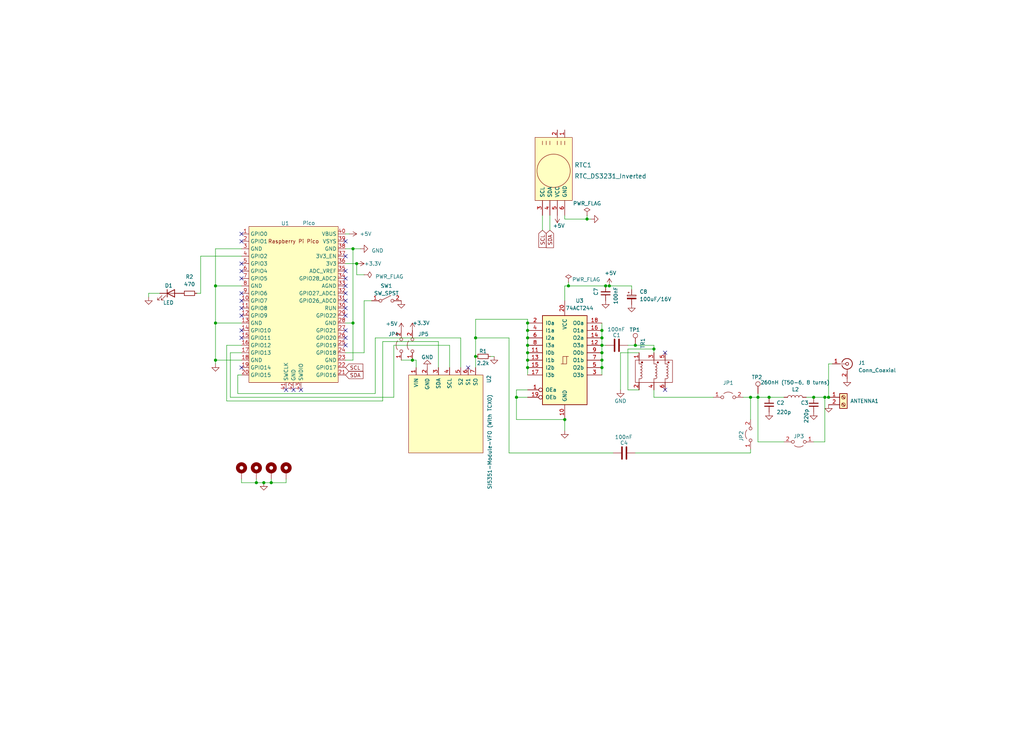
<source format=kicad_sch>
(kicad_sch (version 20230121) (generator eeschema)
  (paper "User" 350.012 250.012)
  (title_block (title "Minimal, reliable, cheap WSPR + FT8 beacon - \"Rogue Radio v2\"") (date "2022-12-05") (rev "V0.2") (company "Dhiru Kholia (VU3CER)"))
  (lib_symbols
    (symbol "74xx:74LS244" (pin_names (offset 1.016))
      (property "Reference" "U" (at -7.62 16.51 0))
      (property "Value" "74LS244" (at -7.62 -16.51 0))
      (symbol "74LS244_1_0"
        (polyline (pts (xy -0.635 -1.27) (xy -0.635 1.27) (xy 0.635 1.27)))
        (polyline (pts (xy -1.27 -1.27) (xy 0.635 -1.27) (xy 0.635 1.27) (xy 1.27 1.27)))
        (pin input inverted (at -12.7 -10.16 0) (length 5.08) (name "OEa") (number "1"))
        (pin power_in line (at 0 -20.32 90) (length 5.08) (name "GND") (number "10"))
        (pin input line (at -12.7 2.54 0) (length 5.08) (name "I0b") (number "11"))
        (pin tri_state line (at 12.7 5.08 180) (length 5.08) (name "O3a") (number "12"))
        (pin input line (at -12.7 0 0) (length 5.08) (name "I1b") (number "13"))
        (pin tri_state line (at 12.7 7.62 180) (length 5.08) (name "O2a") (number "14"))
        (pin input line (at -12.7 -2.54 0) (length 5.08) (name "I2b") (number "15"))
        (pin tri_state line (at 12.7 10.16 180) (length 5.08) (name "O1a") (number "16"))
        (pin input line (at -12.7 -5.08 0) (length 5.08) (name "I3b") (number "17"))
        (pin tri_state line (at 12.7 12.7 180) (length 5.08) (name "O0a") (number "18"))
        (pin input inverted (at -12.7 -12.7 0) (length 5.08) (name "OEb") (number "19"))
        (pin input line (at -12.7 12.7 0) (length 5.08) (name "I0a") (number "2"))
        (pin power_in line (at 0 20.32 270) (length 5.08) (name "VCC") (number "20"))
        (pin tri_state line (at 12.7 -5.08 180) (length 5.08) (name "O3b") (number "3"))
        (pin input line (at -12.7 10.16 0) (length 5.08) (name "I1a") (number "4"))
        (pin tri_state line (at 12.7 -2.54 180) (length 5.08) (name "O2b") (number "5"))
        (pin input line (at -12.7 7.62 0) (length 5.08) (name "I2a") (number "6"))
        (pin tri_state line (at 12.7 0 180) (length 5.08) (name "O1b") (number "7"))
        (pin input line (at -12.7 5.08 0) (length 5.08) (name "I3a") (number "8"))
        (pin tri_state line (at 12.7 2.54 180) (length 5.08) (name "O0b") (number "9"))
      )
      (symbol "74LS244_1_1"
        (rectangle (start -7.62 15.24) (end 7.62 -15.24) (stroke (width 0.254)) (fill (type background)))
      )
    )
    (symbol "Connector:Conn_Coaxial" (pin_names (offset 1.016) hide)
      (property "Reference" "J" (at 0.254 3.048 0))
      (property "Value" "Conn_Coaxial" (at 2.921 0 90))
      (symbol "Conn_Coaxial_0_1"
        (arc (start -1.778 -0.508) (mid 0.2311 -1.8066) (end 1.778 0) (stroke (width 0.254)))
        (polyline (pts (xy -2.54 0) (xy -0.508 0)))
        (polyline (pts (xy 0 -2.54) (xy 0 -1.778)))
        (circle (center 0 0) (radius 0.508) (stroke (width 0.2032)))
        (arc (start 1.778 0) (mid 0.2099 1.8101) (end -1.778 0.508) (stroke (width 0.254)))
      )
      (symbol "Conn_Coaxial_1_1"
        (pin passive line (at -5.08 0 0) (length 2.54) (name "In") (number "1"))
        (pin passive line (at 0 -5.08 90) (length 2.54) (name "Ext") (number "2"))
      )
    )
    (symbol "Connector:Screw_Terminal_01x02" (pin_names (offset 1.016) hide)
      (property "Reference" "J" (at 0 2.54 0))
      (property "Value" "Screw_Terminal_01x02" (at 0 -5.08 0))
      (symbol "Screw_Terminal_01x02_1_1"
        (rectangle (start -1.27 1.27) (end 1.27 -3.81) (stroke (width 0.254)) (fill (type background)))
        (circle (center 0 -2.54) (radius 0.635) (stroke (width 0.1524)))
        (polyline (pts (xy -0.5334 -2.2098) (xy 0.3302 -3.048)) (stroke (width 0.1524)))
        (polyline (pts (xy -0.5334 0.3302) (xy 0.3302 -0.508)) (stroke (width 0.1524)))
        (polyline (pts (xy -0.3556 -2.032) (xy 0.508 -2.8702)) (stroke (width 0.1524)))
        (polyline (pts (xy -0.3556 0.508) (xy 0.508 -0.3302)) (stroke (width 0.1524)))
        (circle (center 0 0) (radius 0.635) (stroke (width 0.1524)))
        (pin passive line (at -5.08 0 0) (length 3.81) (name "Pin_1") (number "1"))
        (pin passive line (at -5.08 -2.54 0) (length 3.81) (name "Pin_2") (number "2"))
      )
    )
    (symbol "Connector:TestPoint" (pin_numbers hide) (pin_names (offset 0.762) hide)
      (property "Reference" "TP" (at 0 6.858 0))
      (property "Value" "TestPoint" (at 0 5.08 0))
      (symbol "TestPoint_0_1"
        (circle (center 0 3.302) (radius 0.762))
      )
      (symbol "TestPoint_1_1"
        (pin passive line (at 0 0 90) (length 2.54) (name "1") (number "1"))
      )
    )
    (symbol "Control-Board-rescue:SI5351Module_2-VFO-SDR_SSB-rescue-Hack-v1-rescue" (pin_names (offset 1.016))
      (property "Reference" "U" (at 0 0 0))
      (property "Value" "SI5351Module_2-VFO-SDR_SSB-rescue-Hack-v1-rescue" (at 0 0 0))
      (symbol "SI5351Module_2-VFO-SDR_SSB-rescue-Hack-v1-rescue_0_1"
        (rectangle (start -12.7 12.7) (end 13.97 -12.7) (fill (type background)))
      )
      (symbol "SI5351Module_2-VFO-SDR_SSB-rescue-Hack-v1-rescue_1_1"
        (pin input line (at -15.24 -10.16 0) (length 2.54) (name "VIN") (number "1"))
        (pin input line (at -15.24 -6.35 0) (length 2.54) (name "GND") (number "2"))
        (pin input line (at -15.24 -2.54 0) (length 2.54) (name "SDA") (number "3"))
        (pin input line (at -15.24 1.27 0) (length 2.54) (name "SCL") (number "4"))
        (pin output line (at -15.24 5.08 0) (length 2.54) (name "S2") (number "5"))
        (pin output line (at -15.24 7.62 0) (length 2.54) (name "S1") (number "6"))
        (pin output line (at -15.24 10.16 0) (length 2.54) (name "SO") (number "7"))
      )
    )
    (symbol "Device:C" (pin_numbers hide) (pin_names (offset 0.254))
      (property "Reference" "C" (at 0.635 2.54 0))
      (property "Value" "C" (at 0.635 -2.54 0))
      (symbol "C_0_1"
        (polyline (pts (xy -2.032 -0.762) (xy 2.032 -0.762)) (stroke (width 0.508)))
        (polyline (pts (xy -2.032 0.762) (xy 2.032 0.762)) (stroke (width 0.508)))
      )
      (symbol "C_1_1"
        (pin passive line (at 0 3.81 270) (length 2.794) (name "~") (number "1"))
        (pin passive line (at 0 -3.81 90) (length 2.794) (name "~") (number "2"))
      )
    )
    (symbol "Device:C_Polarized_Small" (pin_numbers hide) (pin_names (offset 0.254) hide)
      (property "Reference" "C" (at 0.254 1.778 0))
      (property "Value" "C_Polarized_Small" (at 0.254 -2.032 0))
      (symbol "C_Polarized_Small_0_1"
        (rectangle (start -1.524 -0.3048) (end 1.524 -0.6858) (fill (type outline)))
        (rectangle (start -1.524 0.6858) (end 1.524 0.3048))
        (polyline (pts (xy -1.27 1.524) (xy -0.762 1.524)))
        (polyline (pts (xy -1.016 1.27) (xy -1.016 1.778)))
      )
      (symbol "C_Polarized_Small_1_1"
        (pin passive line (at 0 2.54 270) (length 1.8542) (name "~") (number "1"))
        (pin passive line (at 0 -2.54 90) (length 1.8542) (name "~") (number "2"))
      )
    )
    (symbol "Device:C_Small" (pin_numbers hide) (pin_names (offset 0.254) hide)
      (property "Reference" "C" (at 0.254 1.778 0))
      (property "Value" "C_Small" (at 0.254 -2.032 0))
      (symbol "C_Small_0_1"
        (polyline (pts (xy -1.524 -0.508) (xy 1.524 -0.508)) (stroke (width 0.3302)))
        (polyline (pts (xy -1.524 0.508) (xy 1.524 0.508)) (stroke (width 0.3048)))
      )
      (symbol "C_Small_1_1"
        (pin passive line (at 0 2.54 270) (length 2.032) (name "~") (number "1"))
        (pin passive line (at 0 -2.54 90) (length 2.032) (name "~") (number "2"))
      )
    )
    (symbol "Device:L" (pin_numbers hide) (pin_names (offset 1.016) hide)
      (property "Reference" "L" (at -1.27 0 90))
      (property "Value" "L" (at 1.905 0 90))
      (symbol "L_0_1"
        (arc (start 0 -2.54) (mid 0.6323 -1.905) (end 0 -1.27))
        (arc (start 0 -1.27) (mid 0.6323 -0.635) (end 0 0))
        (arc (start 0 0) (mid 0.6323 0.635) (end 0 1.27))
        (arc (start 0 1.27) (mid 0.6323 1.905) (end 0 2.54))
      )
      (symbol "L_1_1"
        (pin passive line (at 0 3.81 270) (length 1.27) (name "1") (number "1"))
        (pin passive line (at 0 -3.81 90) (length 1.27) (name "2") (number "2"))
      )
    )
    (symbol "Device:LED" (pin_numbers hide) (pin_names (offset 1.016) hide)
      (property "Reference" "D" (at 0 2.54 0))
      (property "Value" "LED" (at 0 -2.54 0))
      (symbol "LED_0_1"
        (polyline (pts (xy -1.27 -1.27) (xy -1.27 1.27)) (stroke (width 0.254)))
        (polyline (pts (xy -1.27 0) (xy 1.27 0)))
        (polyline (pts (xy 1.27 -1.27) (xy 1.27 1.27) (xy -1.27 0) (xy 1.27 -1.27)) (stroke (width 0.254)))
        (polyline (pts (xy -3.048 -0.762) (xy -4.572 -2.286) (xy -3.81 -2.286) (xy -4.572 -2.286) (xy -4.572 -1.524)))
        (polyline (pts (xy -1.778 -0.762) (xy -3.302 -2.286) (xy -2.54 -2.286) (xy -3.302 -2.286) (xy -3.302 -1.524)))
      )
      (symbol "LED_1_1"
        (pin passive line (at -3.81 0 0) (length 2.54) (name "K") (number "1"))
        (pin passive line (at 3.81 0 180) (length 2.54) (name "A") (number "2"))
      )
    )
    (symbol "Device:R_Small" (pin_numbers hide) (pin_names (offset 0.254) hide)
      (property "Reference" "R" (at 0.762 0.508 0))
      (property "Value" "R_Small" (at 0.762 -1.016 0))
      (symbol "R_Small_0_1"
        (rectangle (start -0.762 1.778) (end 0.762 -1.778) (stroke (width 0.2032)))
      )
      (symbol "R_Small_1_1"
        (pin passive line (at 0 2.54 270) (length 0.762) (name "~") (number "1"))
        (pin passive line (at 0 -2.54 90) (length 0.762) (name "~") (number "2"))
      )
    )
    (symbol "Jumper:Jumper_2_Open" (pin_names (offset 0) hide)
      (property "Reference" "JP" (at 0 2.794 0))
      (property "Value" "Jumper_2_Open" (at 0 -2.286 0))
      (symbol "Jumper_2_Open_0_0"
        (circle (center -2.032 0) (radius 0.508))
        (circle (center 2.032 0) (radius 0.508))
      )
      (symbol "Jumper_2_Open_0_1"
        (arc (start 1.524 1.27) (mid 0 1.778) (end -1.524 1.27))
      )
      (symbol "Jumper_2_Open_1_1"
        (pin passive line (at -5.08 0 0) (length 2.54) (name "A") (number "1"))
        (pin passive line (at 5.08 0 180) (length 2.54) (name "B") (number "2"))
      )
    )
    (symbol "Mechanical:MountingHole_Pad" (pin_numbers hide) (pin_names (offset 1.016) hide)
      (property "Reference" "H" (at 0 6.35 0))
      (property "Value" "MountingHole_Pad" (at 0 4.445 0))
      (symbol "MountingHole_Pad_0_1"
        (circle (center 0 1.27) (radius 1.27) (stroke (width 1.27)))
      )
      (symbol "MountingHole_Pad_1_1"
        (pin input line (at 0 -2.54 90) (length 2.54) (name "1") (number "1"))
      )
    )
    (symbol "Switch:SW_SPST" (pin_names (offset 0) hide)
      (property "Reference" "SW" (at 0 3.175 0))
      (property "Value" "SW_SPST" (at 0 -2.54 0))
      (symbol "SW_SPST_0_0"
        (circle (center -2.032 0) (radius 0.508))
        (polyline (pts (xy -1.524 0.254) (xy 1.524 1.778)))
        (circle (center 2.032 0) (radius 0.508))
      )
      (symbol "SW_SPST_1_1"
        (pin passive line (at -5.08 0 0) (length 2.54) (name "A") (number "1"))
        (pin passive line (at 5.08 0 180) (length 2.54) (name "B") (number "2"))
      )
    )
    (symbol "pico_fixed:Pico"
      (property "Reference" "U1" (at 0 31.242 0))
      (property "Value" "Pico" (at 0 28.702 0))
      (symbol "Pico_0_0"
        (text "Raspberry Pi Pico" (at 0 21.59 0) (effects (font (size 1.27 1.27))))
      )
      (symbol "Pico_0_1"
        (rectangle (start -15.24 26.67) (end 15.24 -26.67) (fill (type background)))
      )
      (symbol "Pico_1_1"
        (pin bidirectional line (at -17.78 24.13 0) (length 2.54) (name "GPIO0") (number "1"))
        (pin bidirectional line (at -17.78 1.27 0) (length 2.54) (name "GPIO7") (number "10"))
        (pin bidirectional line (at -17.78 -1.27 0) (length 2.54) (name "GPIO8") (number "11"))
        (pin bidirectional line (at -17.78 -3.81 0) (length 2.54) (name "GPIO9") (number "12"))
        (pin power_in line (at -17.78 -6.35 0) (length 2.54) (name "GND") (number "13"))
        (pin bidirectional line (at -17.78 -8.89 0) (length 2.54) (name "GPIO10") (number "14"))
        (pin bidirectional line (at -17.78 -11.43 0) (length 2.54) (name "GPIO11") (number "15"))
        (pin bidirectional line (at -17.78 -13.97 0) (length 2.54) (name "GPIO12") (number "16"))
        (pin bidirectional line (at -17.78 -16.51 0) (length 2.54) (name "GPIO13") (number "17"))
        (pin power_in line (at -17.78 -19.05 0) (length 2.54) (name "GND") (number "18"))
        (pin bidirectional line (at -17.78 -21.59 0) (length 2.54) (name "GPIO14") (number "19"))
        (pin bidirectional line (at -17.78 21.59 0) (length 2.54) (name "GPIO1") (number "2"))
        (pin bidirectional line (at -17.78 -24.13 0) (length 2.54) (name "GPIO15") (number "20"))
        (pin bidirectional line (at 17.78 -24.13 180) (length 2.54) (name "GPIO16") (number "21"))
        (pin bidirectional line (at 17.78 -21.59 180) (length 2.54) (name "GPIO17") (number "22"))
        (pin power_in line (at 17.78 -19.05 180) (length 2.54) (name "GND") (number "23"))
        (pin bidirectional line (at 17.78 -16.51 180) (length 2.54) (name "GPIO18") (number "24"))
        (pin bidirectional line (at 17.78 -13.97 180) (length 2.54) (name "GPIO19") (number "25"))
        (pin bidirectional line (at 17.78 -11.43 180) (length 2.54) (name "GPIO20") (number "26"))
        (pin bidirectional line (at 17.78 -8.89 180) (length 2.54) (name "GPIO21") (number "27"))
        (pin power_in line (at 17.78 -6.35 180) (length 2.54) (name "GND") (number "28"))
        (pin bidirectional line (at 17.78 -3.81 180) (length 2.54) (name "GPIO22") (number "29"))
        (pin power_in line (at -17.78 19.05 0) (length 2.54) (name "GND") (number "3"))
        (pin input line (at 17.78 -1.27 180) (length 2.54) (name "RUN") (number "30"))
        (pin bidirectional line (at 17.78 1.27 180) (length 2.54) (name "GPIO26_ADC0") (number "31"))
        (pin bidirectional line (at 17.78 3.81 180) (length 2.54) (name "GPIO27_ADC1") (number "32"))
        (pin power_in line (at 17.78 6.35 180) (length 2.54) (name "AGND") (number "33"))
        (pin bidirectional line (at 17.78 8.89 180) (length 2.54) (name "GPIO28_ADC2") (number "34"))
        (pin power_in line (at 17.78 11.43 180) (length 2.54) (name "ADC_VREF") (number "35"))
        (pin power_in line (at 17.78 13.97 180) (length 2.54) (name "3V3") (number "36"))
        (pin input line (at 17.78 16.51 180) (length 2.54) (name "3V3_EN") (number "37"))
        (pin power_in line (at 17.78 19.05 180) (length 2.54) (name "GND") (number "38"))
        (pin power_in line (at 17.78 21.59 180) (length 2.54) (name "VSYS") (number "39"))
        (pin bidirectional line (at -17.78 16.51 0) (length 2.54) (name "GPIO2") (number "4"))
        (pin power_in line (at 17.78 24.13 180) (length 2.54) (name "VBUS") (number "40"))
        (pin input line (at -2.54 -29.21 90) (length 2.54) (name "SWCLK") (number "41"))
        (pin power_in line (at 0 -29.21 90) (length 2.54) (name "GND") (number "42"))
        (pin bidirectional line (at 2.54 -29.21 90) (length 2.54) (name "SWDIO") (number "43"))
        (pin bidirectional line (at -17.78 13.97 0) (length 2.54) (name "GPIO3") (number "5"))
        (pin bidirectional line (at -17.78 11.43 0) (length 2.54) (name "GPIO4") (number "6"))
        (pin bidirectional line (at -17.78 8.89 0) (length 2.54) (name "GPIO5") (number "7"))
        (pin power_in line (at -17.78 6.35 0) (length 2.54) (name "GND") (number "8"))
        (pin bidirectional line (at -17.78 3.81 0) (length 2.54) (name "GPIO6") (number "9"))
      )
    )
    (symbol "power:+3.3V" (power) (pin_names (offset 0))
      (property "Value" "+3.3V" (at 0 3.556 0))
      (symbol "+3.3V_0_1"
        (polyline (pts (xy -0.762 1.27) (xy 0 2.54)))
        (polyline (pts (xy 0 0) (xy 0 2.54)))
        (polyline (pts (xy 0 2.54) (xy 0.762 1.27)))
      )
      (symbol "+3.3V_1_1"
        (pin power_in line (at 0 0 90) (length 0) hide (name "+3.3V") (number "1"))
      )
    )
    (symbol "power:+5V" (power) (pin_names (offset 0))
      (property "Value" "+5V" (at 0 3.556 0))
      (symbol "+5V_0_1"
        (polyline (pts (xy -0.762 1.27) (xy 0 2.54)))
        (polyline (pts (xy 0 0) (xy 0 2.54)))
        (polyline (pts (xy 0 2.54) (xy 0.762 1.27)))
      )
      (symbol "+5V_1_1"
        (pin power_in line (at 0 0 90) (length 0) hide (name "+5V") (number "1"))
      )
    )
    (symbol "power:GND" (power) (pin_names (offset 0))
      (property "Value" "GND" (at 0 -3.81 0))
      (symbol "GND_0_1"
        (polyline (pts (xy 0 0) (xy 0 -1.27) (xy 1.27 -1.27) (xy 0 -2.54) (xy -1.27 -1.27) (xy 0 -1.27)))
      )
      (symbol "GND_1_1"
        (pin power_in line (at 0 0 270) (length 0) hide (name "GND") (number "1"))
      )
    )
    (symbol "power:PWR_FLAG" (power) (pin_numbers hide) (pin_names (offset 0) hide)
      (property "Value" "PWR_FLAG" (at 0 3.81 0))
      (symbol "PWR_FLAG_0_0"
        (pin power_out line (at 0 0 90) (length 0) (name "pwr") (number "1"))
      )
      (symbol "PWR_FLAG_0_1"
        (polyline (pts (xy 0 0) (xy 0 1.27) (xy -1.016 1.905) (xy 0 2.54) (xy 1.016 1.905) (xy 0 1.27)))
      )
    )
    (symbol "rtc_ds3231_inverted:RTC_DS3231_Inverted" (pin_names (offset 1.016))
      (property "Reference" "RTC1" (at -6.6548 -2.0828 0))
      (property "Value" "RTC_DS3231" (at 9.1694 -5.6134 0))
      (symbol "RTC_DS3231_Inverted_0_1"
        (rectangle (start -11.43 7.62) (end 10.16 -5.08) (fill (type background)))
        (polyline (pts (xy -10.16 -2.54) (xy -8.89 -2.54)))
        (polyline (pts (xy -10.16 -1.27) (xy -8.89 -1.27)))
        (polyline (pts (xy -10.16 0) (xy -8.89 0)))
        (polyline (pts (xy -10.16 2.54) (xy -8.89 2.54)))
        (polyline (pts (xy -10.16 3.81) (xy -8.89 3.81)))
        (polyline (pts (xy -10.16 5.08) (xy -8.89 5.08)))
        (circle (center 0 1.27) (radius 5.6896))
      )
      (symbol "RTC_DS3231_Inverted_1_1"
        (pin free line (at -13.97 5.08 0) (length 2.54) (name "") (number "1"))
        (pin free line (at -13.97 2.54 0) (length 2.54) (name "") (number "2"))
        (pin input line (at 15.24 -2.54 180) (length 5.08) (name "SCL") (number "3"))
        (pin bidirectional line (at 15.24 0 180) (length 5.08) (name "SDA") (number "4"))
        (pin power_in line (at 15.24 2.54 180) (length 5.08) (name "VCC") (number "5"))
        (pin power_in line (at 15.24 5.08 180) (length 5.08) (name "GND") (number "6"))
      )
    )
    (symbol "t2-613-1+:T2-613-1+" (pin_names (offset 0.254) hide)
      (property "Reference" "TR1" (at -11.43 1.27 0))
      (symbol "T2-613-1+_0_1"
        (rectangle (start -3.81 3.81) (end 3.81 -8.89))
        (circle (center -3.048 -7.5184) (radius 0.254) (fill (type outline)))
        (circle (center -3.048 -3.8608) (radius 0.254) (fill (type outline)))
        (circle (center -3.048 1.524) (radius 0.254) (fill (type outline)))
        (arc (start -2.54 -6.858) (mid -2.032 -7.3638) (end -1.524 -6.858))
        (arc (start -2.54 -3.048) (mid -2.032 -3.5538) (end -1.524 -3.048))
        (arc (start -2.54 2.032) (mid -2.032 1.5262) (end -1.524 2.032))
        (arc (start -1.524 -6.858) (mid -1.016 -7.3638) (end -0.508 -6.858))
        (arc (start -1.524 -3.048) (mid -1.016 -3.5538) (end -0.508 -3.048))
        (arc (start -1.524 2.032) (mid -1.016 1.5262) (end -0.508 2.032))
        (arc (start -0.508 -6.858) (mid 0 -7.3638) (end 0.508 -6.858))
        (arc (start -0.508 -3.048) (mid 0 -3.5538) (end 0.508 -3.048))
        (arc (start -0.508 2.032) (mid 0 1.5262) (end 0.508 2.032))
        (polyline (pts (xy -2.54 -6.858) (xy -2.54 -6.35)))
        (polyline (pts (xy -2.54 -6.35) (xy -3.81 -6.35)))
        (polyline (pts (xy -2.54 -3.048) (xy -2.54 -2.54)))
        (polyline (pts (xy -2.54 -2.54) (xy -3.81 -2.54)))
        (polyline (pts (xy -2.54 2.032) (xy -2.54 2.54)))
        (polyline (pts (xy -2.54 2.54) (xy -3.81 2.54)))
        (polyline (pts (xy 2.54 -6.858) (xy 2.54 -6.35)))
        (polyline (pts (xy 2.54 -6.35) (xy 3.81 -6.35)))
        (polyline (pts (xy 2.54 -3.048) (xy 2.54 -2.54)))
        (polyline (pts (xy 2.54 2.54) (xy 2.54 2.032)))
        (polyline (pts (xy 2.54 2.54) (xy 5.08 2.54)))
        (polyline (pts (xy 3.81 -2.54) (xy 2.54 -2.54)))
        (polyline (pts (xy 6.35 2.54) (xy 5.08 2.54)))
        (arc (start 0.508 -6.858) (mid 1.016 -7.3638) (end 1.524 -6.858))
        (arc (start 0.508 -3.048) (mid 1.016 -3.5538) (end 1.524 -3.048))
        (arc (start 0.508 2.032) (mid 1.016 1.5262) (end 1.524 2.032))
        (arc (start 1.524 -6.858) (mid 2.032 -7.3638) (end 2.54 -6.858))
        (arc (start 1.524 -3.048) (mid 2.032 -3.5538) (end 2.54 -3.048))
        (arc (start 1.524 2.032) (mid 2.032 1.5262) (end 2.54 2.032))
      )
      (symbol "T2-613-1+_1_1"
        (pin passive line (at -6.35 2.54 0) (length 2.54) (name "1") (number "1"))
        (pin passive line (at 6.35 2.54 180) (length 2.54) (name "2") (number "2"))
        (pin passive line (at -6.35 -2.54 0) (length 2.54) (name "3") (number "3"))
        (pin passive line (at 6.35 -2.54 180) (length 2.54) (name "4") (number "4"))
        (pin passive line (at -6.35 -6.35 0) (length 2.54) (name "5") (number "5"))
        (pin passive line (at 6.35 -6.35 180) (length 2.54) (name "6") (number "6"))
      )
    )
  )
  (junction (at 207.01 97.79))
  (junction (at 73.66 123.19))
  (junction (at 205.74 113.03))
  (junction (at 194.31 97.79))
  (junction (at 205.74 120.65))
  (junction (at 162.56 115.57))
  (junction (at 180.34 125.73))
  (junction (at 87.63 165.1))
  (junction (at 121.92 90.17))
  (junction (at 90.17 165.1))
  (junction (at 217.17 118.11))
  (junction (at 200.66 74.93))
  (junction (at 180.34 115.57))
  (junction (at 120.65 110.49))
  (junction (at 208.28 97.79))
  (junction (at 205.74 115.57))
  (junction (at 281.94 135.89))
  (junction (at 193.04 143.51))
  (junction (at 205.74 123.19))
  (junction (at 205.74 125.73))
  (junction (at 180.34 123.19))
  (junction (at 140.97 123.19))
  (junction (at 73.66 110.49))
  (junction (at 278.13 135.89))
  (junction (at 180.34 110.49))
  (junction (at 180.34 118.11))
  (junction (at 259.08 135.89))
  (junction (at 256.54 135.89))
  (junction (at 180.34 113.03))
  (junction (at 223.52 119.38))
  (junction (at 283.21 135.89))
  (junction (at 73.66 97.79))
  (junction (at 180.34 120.65))
  (junction (at 92.71 165.1))
  (junction (at 120.65 85.09))
  (junction (at 176.53 135.89))
  (junction (at 262.89 135.89))
  (junction (at 205.74 118.11))
  (junction (at 162.56 121.92))
  (no_connect (at 82.55 105.41))
  (no_connect (at 118.11 82.55))
  (no_connect (at 118.11 92.71))
  (no_connect (at 118.11 95.25))
  (no_connect (at 118.11 100.33))
  (no_connect (at 118.11 102.87))
  (no_connect (at 118.11 105.41))
  (no_connect (at 118.11 107.95))
  (no_connect (at 118.11 97.79))
  (no_connect (at 82.55 107.95))
  (no_connect (at 102.87 133.35))
  (no_connect (at 118.11 87.63))
  (no_connect (at 82.55 80.01))
  (no_connect (at 82.55 100.33))
  (no_connect (at 82.55 95.25))
  (no_connect (at 82.55 102.87))
  (no_connect (at 100.33 133.35))
  (no_connect (at 82.55 113.03))
  (no_connect (at 82.55 125.73))
  (no_connect (at 118.11 118.11))
  (no_connect (at 118.11 115.57))
  (no_connect (at 118.11 113.03))
  (no_connect (at 82.55 115.57))
  (no_connect (at 227.33 120.65))
  (no_connect (at 97.79 133.35))
  (no_connect (at 160.02 125.73))
  (no_connect (at 82.55 82.55))
  (no_connect (at 227.33 133.35))
  (no_connect (at 82.55 90.17))
  (no_connect (at 82.55 92.71))
  (wire (pts (xy 223.52 120.65) (xy 223.52 119.38)))
  (wire (pts (xy 205.74 118.11) (xy 205.74 120.65)))
  (wire (pts (xy 212.09 120.65) (xy 212.09 133.35)))
  (wire (pts (xy 73.66 110.49) (xy 82.55 110.49)))
  (wire (pts (xy 167.64 121.92) (xy 168.91 121.92)))
  (wire (pts (xy 180.34 123.19) (xy 180.34 125.73)))
  (wire (pts (xy 259.08 135.89) (xy 259.08 151.13)))
  (wire (pts (xy 256.54 135.89) (xy 259.08 135.89)))
  (wire (pts (xy 205.74 110.49) (xy 205.74 113.03)))
  (wire (pts (xy 120.65 85.09) (xy 123.19 85.09)))
  (wire (pts (xy 180.34 109.22) (xy 162.56 109.22)))
  (wire (pts (xy 120.65 123.19) (xy 118.11 123.19)))
  (wire (pts (xy 262.89 135.89) (xy 267.97 135.89)))
  (wire (pts (xy 81.28 134.62) (xy 128.27 134.62)))
  (wire (pts (xy 92.71 165.1) (xy 97.79 165.1)))
  (wire (pts (xy 128.27 115.57) (xy 128.27 134.62)))
  (wire (pts (xy 205.74 125.73) (xy 205.74 123.19)))
  (wire (pts (xy 205.74 115.57) (xy 205.74 118.11)))
  (wire (pts (xy 124.46 120.65) (xy 124.46 102.87)))
  (wire (pts (xy 193.04 97.79) (xy 194.31 97.79)))
  (wire (pts (xy 73.66 85.09) (xy 73.66 97.79)))
  (wire (pts (xy 201.93 74.93) (xy 200.66 74.93)))
  (wire (pts (xy 50.8 100.33) (xy 50.8 101.6)))
  (wire (pts (xy 92.71 163.83) (xy 92.71 165.1)))
  (wire (pts (xy 118.11 90.17) (xy 121.92 90.17)))
  (wire (pts (xy 121.92 90.17) (xy 121.92 93.98)))
  (wire (pts (xy 223.52 135.89) (xy 243.84 135.89)))
  (wire (pts (xy 187.96 73.66) (xy 187.96 78.74)))
  (wire (pts (xy 180.34 115.57) (xy 180.34 113.03)))
  (wire (pts (xy 73.66 97.79) (xy 82.55 97.79)))
  (wire (pts (xy 81.28 128.27) (xy 81.28 134.62)))
  (wire (pts (xy 259.08 134.62) (xy 259.08 135.89)))
  (wire (pts (xy 134.62 118.11) (xy 134.62 135.89)))
  (wire (pts (xy 193.04 97.79) (xy 193.04 102.87)))
  (wire (pts (xy 162.56 115.57) (xy 162.56 121.92)))
  (wire (pts (xy 278.13 151.13) (xy 281.94 151.13)))
  (wire (pts (xy 87.63 163.83) (xy 87.63 165.1)))
  (wire (pts (xy 149.86 125.73) (xy 149.86 116.84)))
  (wire (pts (xy 193.04 73.66) (xy 193.04 74.93)))
  (wire (pts (xy 217.17 118.11) (xy 223.52 118.11)))
  (wire (pts (xy 82.55 87.63) (xy 68.58 87.63)))
  (wire (pts (xy 82.55 123.19) (xy 73.66 123.19)))
  (wire (pts (xy 90.17 165.1) (xy 92.71 165.1)))
  (wire (pts (xy 223.52 133.35) (xy 223.52 135.89)))
  (wire (pts (xy 194.31 96.52) (xy 194.31 97.79)))
  (wire (pts (xy 176.53 133.35) (xy 176.53 135.89)))
  (wire (pts (xy 223.52 119.38) (xy 223.52 118.11)))
  (wire (pts (xy 54.61 100.33) (xy 50.8 100.33)))
  (wire (pts (xy 173.99 154.94) (xy 209.55 154.94)))
  (wire (pts (xy 208.28 97.79) (xy 215.9 97.79)))
  (wire (pts (xy 205.74 120.65) (xy 205.74 123.19)))
  (wire (pts (xy 185.42 73.66) (xy 185.42 78.74)))
  (wire (pts (xy 82.55 118.11) (xy 77.47 118.11)))
  (wire (pts (xy 87.63 165.1) (xy 90.17 165.1)))
  (wire (pts (xy 215.9 97.79) (xy 215.9 99.06)))
  (wire (pts (xy 140.97 123.19) (xy 142.24 123.19)))
  (wire (pts (xy 180.34 110.49) (xy 180.34 113.03)))
  (wire (pts (xy 275.59 135.89) (xy 278.13 135.89)))
  (wire (pts (xy 256.54 135.89) (xy 256.54 143.51)))
  (wire (pts (xy 67.31 100.33) (xy 68.58 100.33)))
  (wire (pts (xy 180.34 120.65) (xy 180.34 118.11)))
  (wire (pts (xy 259.08 135.89) (xy 262.89 135.89)))
  (wire (pts (xy 118.11 110.49) (xy 120.65 110.49)))
  (wire (pts (xy 82.55 120.65) (xy 78.74 120.65)))
  (wire (pts (xy 73.66 123.19) (xy 73.66 124.46)))
  (wire (pts (xy 120.65 110.49) (xy 120.65 123.19)))
  (wire (pts (xy 200.66 73.66) (xy 200.66 74.93)))
  (wire (pts (xy 118.11 80.01) (xy 119.38 80.01)))
  (wire (pts (xy 162.56 109.22) (xy 162.56 115.57)))
  (wire (pts (xy 78.74 120.65) (xy 78.74 135.89)))
  (wire (pts (xy 162.56 121.92) (xy 162.56 125.73)))
  (wire (pts (xy 118.11 85.09) (xy 120.65 85.09)))
  (wire (pts (xy 214.63 118.11) (xy 217.17 118.11)))
  (wire (pts (xy 137.16 123.19) (xy 140.97 123.19)))
  (wire (pts (xy 176.53 143.51) (xy 193.04 143.51)))
  (wire (pts (xy 142.24 123.19) (xy 142.24 125.73)))
  (wire (pts (xy 118.11 120.65) (xy 124.46 120.65)))
  (wire (pts (xy 214.63 133.35) (xy 218.44 133.35)))
  (wire (pts (xy 68.58 87.63) (xy 68.58 100.33)))
  (wire (pts (xy 194.31 97.79) (xy 207.01 97.79)))
  (wire (pts (xy 124.46 102.87) (xy 127 102.87)))
  (wire (pts (xy 162.56 115.57) (xy 173.99 115.57)))
  (wire (pts (xy 77.47 137.16) (xy 130.81 137.16)))
  (wire (pts (xy 82.55 85.09) (xy 73.66 85.09)))
  (wire (pts (xy 205.74 118.11) (xy 207.01 118.11)))
  (wire (pts (xy 212.09 120.65) (xy 218.44 120.65)))
  (wire (pts (xy 97.79 163.83) (xy 97.79 165.1)))
  (wire (pts (xy 193.04 143.51) (xy 193.04 147.32)))
  (wire (pts (xy 180.34 110.49) (xy 180.34 109.22)))
  (wire (pts (xy 214.63 119.38) (xy 223.52 119.38)))
  (wire (pts (xy 180.34 120.65) (xy 180.34 123.19)))
  (wire (pts (xy 157.48 125.73) (xy 157.48 115.57)))
  (wire (pts (xy 81.28 128.27) (xy 82.55 128.27)))
  (wire (pts (xy 130.81 116.84) (xy 130.81 137.16)))
  (wire (pts (xy 82.55 163.83) (xy 82.55 165.1)))
  (wire (pts (xy 134.62 118.11) (xy 153.67 118.11)))
  (wire (pts (xy 176.53 135.89) (xy 176.53 143.51)))
  (wire (pts (xy 180.34 125.73) (xy 180.34 128.27)))
  (wire (pts (xy 214.63 133.35) (xy 214.63 119.38)))
  (wire (pts (xy 283.21 124.46) (xy 283.21 135.89)))
  (wire (pts (xy 180.34 115.57) (xy 180.34 118.11)))
  (wire (pts (xy 200.66 74.93) (xy 193.04 74.93)))
  (wire (pts (xy 281.94 151.13) (xy 281.94 135.89)))
  (wire (pts (xy 207.01 97.79) (xy 208.28 97.79)))
  (wire (pts (xy 217.17 154.94) (xy 256.54 154.94)))
  (wire (pts (xy 180.34 135.89) (xy 176.53 135.89)))
  (wire (pts (xy 82.55 165.1) (xy 87.63 165.1)))
  (wire (pts (xy 121.92 93.98) (xy 124.46 93.98)))
  (wire (pts (xy 77.47 118.11) (xy 77.47 137.16)))
  (wire (pts (xy 256.54 153.67) (xy 256.54 154.94)))
  (wire (pts (xy 173.99 115.57) (xy 173.99 154.94)))
  (wire (pts (xy 205.74 125.73) (xy 205.74 128.27)))
  (wire (pts (xy 73.66 110.49) (xy 73.66 123.19)))
  (wire (pts (xy 284.48 124.46) (xy 283.21 124.46)))
  (wire (pts (xy 157.48 115.57) (xy 128.27 115.57)))
  (wire (pts (xy 254 135.89) (xy 256.54 135.89)))
  (wire (pts (xy 153.67 118.11) (xy 153.67 125.73)))
  (wire (pts (xy 78.74 135.89) (xy 134.62 135.89)))
  (wire (pts (xy 120.65 85.09) (xy 120.65 110.49)))
  (wire (pts (xy 130.81 116.84) (xy 149.86 116.84)))
  (wire (pts (xy 205.74 115.57) (xy 205.74 113.03)))
  (wire (pts (xy 278.13 135.89) (xy 281.94 135.89)))
  (wire (pts (xy 180.34 133.35) (xy 176.53 133.35)))
  (wire (pts (xy 259.08 151.13) (xy 267.97 151.13)))
  (wire (pts (xy 73.66 97.79) (xy 73.66 110.49)))
  (wire (pts (xy 281.94 135.89) (xy 283.21 135.89)))
  (global_label "SCL" (shape input) (at 185.42 78.74 270) (property "Intersheetrefs" "${INTERSHEET_REFS}" (effects hide)))
  (global_label "SDA" (shape input) (at 187.96 78.74 270) (property "Intersheetrefs" "${INTERSHEET_REFS}" (effects hide)))
  (global_label "SCL" (shape input) (at 118.11 125.73 0) (property "Intersheetrefs" "${INTERSHEET_REFS}" (effects hide)))
  (global_label "SDA" (shape input) (at 118.11 128.27 0) (property "Intersheetrefs" "${INTERSHEET_REFS}" (effects hide)))
  (symbol (lib_id "Control-Board-rescue:SI5351Module_2-VFO-SDR_SSB-rescue-Hack-v1-rescue") (at 152.4 140.97 270) (unit 1)
    (property "Reference" "U2" (at 167.132 128.27 0) (effects (justify left)))
    (property "Value" "SI5351-Module-VFO (With TCXO)" (at 167.386 134.874 0) (effects (justify left)))
    (property "Footprint" "footprints:SI5351 Module" (effects hide))
    (property "Populate" "no" (effects hide))
    (property "URL" "https://www.adafruit.com/product/2045" (effects hide))
  )
  (symbol (lib_id "power:GND") (at 146.05 125.73 180) (unit 1)
    (property "Reference" "#PWR0108" (effects hide))
    (property "Value" "GND" (at 146.05 122.174 0))
  )
  (symbol (lib_id "power:GND") (at 283.21 138.43 0) (mirror y) (unit 1)
    (property "Reference" "#PWR0102" (effects hide))
    (property "Value" "GND" (effects hide))
  )
  (symbol (lib_id "power:+3.3V") (at 121.92 90.17 270) (unit 1)
    (property "Reference" "#PWR012" (effects hide))
    (property "Value" "+3.3V" (at 124.46 90.17 90) (effects (justify left)))
  )
  (symbol (lib_id "t2-613-1+:T2-613-1+") (at 220.98 127 90) (mirror x) (unit 1)
    (property "Reference" "TR1" (at 219.71 115.57 0) (effects (justify left)))
    (property "Value" "T2-613-1+" (effects hide))
    (property "Footprint" "footprints:KK81" (effects hide))
    (property "URL" "https://www.minicircuits.com/WebStore/dashboard.html?model=T2-613-1-KK81%2B" (effects hide))
  )
  (symbol (lib_id "power:GND") (at 212.09 133.35 0) (mirror y) (unit 1)
    (property "Reference" "#PWR09" (effects hide))
    (property "Value" "GND" (at 212.09 137.16 0))
  )
  (symbol (lib_id "Connector:TestPoint") (at 217.17 118.11 0) (unit 1)
    (property "Reference" "TP1" (at 218.7956 112.8268 0) (effects (justify right)))
    (property "Value" "TestPoint" (effects hide))
    (property "Footprint" "Connector_PinHeader_2.54mm:PinHeader_1x01_P2.54mm_Vertical" (effects hide))
    (property "Populate" "no" (effects hide))
    (property "URL" "https://robu.in/product/1x40-berg-strip-male-connector/" (effects hide))
  )
  (symbol (lib_id "rtc_ds3231_inverted:RTC_DS3231_Inverted") (at 187.96 58.42 270) (unit 1)
    (property "Reference" "RTC1" (at 196.342 56.4515 90) (effects (font (size 1.524 1.524)) (justify left)))
    (property "Value" "RTC_DS3231_Inverted" (at 196.342 60.2615 90) (effects (font (size 1.524 1.524)) (justify left)))
    (property "Footprint" "Connector_PinSocket_2.54mm:PinSocket_1x06_P2.54mm_Horizontal" (effects hide))
    (property "Populate" "no" (effects hide))
    (property "URL" "https://robu.in/product/1x40-berg-strip-right-angle-female-connector-5pcs/" (effects hide))
  )
  (symbol (lib_id "power:GND") (at 215.9 104.14 0) (unit 1)
    (property "Reference" "#PWR08" (effects hide))
    (property "Value" "GNDPWR" (effects hide))
  )
  (symbol (lib_id "power:PWR_FLAG") (at 194.31 96.52 0) (unit 1)
    (property "Reference" "#FLG0101" (effects hide))
    (property "Value" "PWR_FLAG" (at 200.3552 95.6056 0))
  )
  (symbol (lib_id "power:GND") (at 73.66 124.46 0) (unit 1)
    (property "Reference" "#PWR016" (effects hide))
    (property "Value" "GND" (effects hide))
  )
  (symbol (lib_id "power:GND") (at 193.04 147.32 0) (unit 1)
    (property "Reference" "#PWR05" (effects hide))
    (property "Value" "GNDPWR" (effects hide))
  )
  (symbol (lib_id "Mechanical:MountingHole_Pad") (at 92.71 161.29 0) (unit 1)
    (property "Reference" "H3" (effects hide))
    (property "Value" "MountingHole_Pad" (effects hide))
    (property "Footprint" "MountingHole:MountingHole_3.2mm_M3_Pad_Via" (effects hide))
  )
  (symbol (lib_id "power:PWR_FLAG") (at 124.46 93.98 270) (unit 1)
    (property "Reference" "#FLG02" (effects hide))
    (property "Value" "PWR_FLAG" (at 128.27 94.615 90) (effects (justify left)))
  )
  (symbol (lib_id "power:GND") (at 123.19 85.09 90) (unit 1)
    (property "Reference" "#PWR03" (effects hide))
    (property "Value" "GND" (at 127 85.725 90) (effects (justify right)))
  )
  (symbol (lib_id "Device:C") (at 213.36 154.94 270) (unit 1)
    (property "Reference" "C4" (at 213.3092 151.4856 90))
    (property "Value" "100nF" (at 213.1822 149.5044 90))
    (property "Footprint" "Capacitor_THT:C_Disc_D3.0mm_W1.6mm_P2.50mm" (effects hide))
    (property "Populate" "no" (effects hide))
    (property "URL" "https://www.digikey.com/en/products/detail/vishay-beyschlag-draloric-bc-components/K104K15X7RF5TL2/286538" (effects hide))
  )
  (symbol (lib_id "Jumper:Jumper_2_Open") (at 273.05 151.13 180) (unit 1)
    (property "Reference" "JP3" (at 273.05 149.225 0))
    (property "Value" "Jumper_2_Open" (effects hide))
    (property "Footprint" "Jumper:SolderJumper-2_P1.3mm_Open_TrianglePad1.0x1.5mm" (effects hide))
  )
  (symbol (lib_id "Jumper:Jumper_2_Open") (at 248.92 135.89 0) (unit 1)
    (property "Reference" "JP1" (at 248.92 130.9624 0))
    (property "Value" "Jumper_2_Open" (effects hide))
    (property "Footprint" "Jumper:SolderJumper-2_P1.3mm_Open_TrianglePad1.0x1.5mm" (effects hide))
  )
  (symbol (lib_id "Mechanical:MountingHole_Pad") (at 82.55 161.29 0) (unit 1)
    (property "Reference" "H1" (effects hide))
    (property "Value" "MountingHole_Pad" (effects hide))
    (property "Footprint" "MountingHole:MountingHole_3.2mm_M3_Pad_Via" (effects hide))
  )
  (symbol (lib_id "power:GND") (at 262.89 140.97 0) (mirror y) (unit 1)
    (property "Reference" "#PWR0103" (effects hide))
    (property "Value" "GND" (effects hide))
  )
  (symbol (lib_id "Device:C_Small") (at 262.89 138.43 0) (unit 1)
    (property "Reference" "C2" (at 265.43 137.795 0) (effects (justify left)))
    (property "Value" "220p" (at 265.43 140.97 0) (effects (justify left)))
    (property "Footprint" "Capacitor_THT:C_Disc_D3.0mm_W1.6mm_P2.50mm" (effects hide))
    (property "Populate" "yes" (effects hide))
    (property "URL" "https://www.digikey.in/en/products/detail/vishay-beyschlag-draloric-bc-components/K221J15C0GF5TL2/286471" (effects hide))
  )
  (symbol (lib_id "Device:C_Polarized_Small") (at 215.9 101.6 0) (unit 1)
    (property "Reference" "C8" (at 218.5924 99.7838 0) (effects (justify left)))
    (property "Value" "100uF/16V" (at 218.5924 102.3238 0) (effects (justify left)))
    (property "Footprint" "Capacitor_THT:CP_Radial_D4.0mm_P2.00mm" (effects hide))
    (property "URL" "https://www.digikey.com/en/products/detail/rubycon/16ZLH100MEFC5X11/3134106" (effects hide))
  )
  (symbol (lib_id "Device:L") (at 271.78 135.89 90) (unit 1)
    (property "Reference" "L2" (at 271.8816 133.1976 90))
    (property "Value" "260nH (T50-6, 8 turns)" (at 271.78 130.81 90))
    (property "Footprint" "footprints:T37-2" (effects hide))
    (property "Datasheet" "https://toroids.info/T50-6.php" (effects hide))
    (property "Populate" "no" (effects hide))
    (property "URL" "https://kitsandparts.com/" (effects hide))
  )
  (symbol (lib_id "power:PWR_FLAG") (at 200.66 73.66 0) (unit 1)
    (property "Reference" "#FLG01" (effects hide))
    (property "Value" "PWR_FLAG" (at 200.66 69.596 0))
  )
  (symbol (lib_id "Connector:TestPoint") (at 259.08 134.62 0) (unit 1)
    (property "Reference" "TP2" (at 260.5532 129.032 0) (effects (justify right)))
    (property "Value" "TestPoint" (effects hide))
    (property "Footprint" "Connector_PinHeader_2.54mm:PinHeader_1x01_P2.54mm_Vertical" (effects hide))
    (property "Populate" "no" (effects hide))
    (property "URL" "https://robu.in/product/1x40-berg-strip-male-connector/" (effects hide))
  )
  (symbol (lib_id "Jumper:Jumper_2_Open") (at 256.54 148.59 90) (unit 1)
    (property "Reference" "JP2" (at 253.365 147.32 0) (effects (justify right)))
    (property "Value" "Jumper_2_Open" (effects hide))
    (property "Footprint" "Jumper:SolderJumper-2_P1.3mm_Open_TrianglePad1.0x1.5mm" (effects hide))
  )
  (symbol (lib_id "Device:C_Small") (at 278.13 138.43 0) (unit 1)
    (property "Reference" "C3" (at 273.685 137.795 0) (effects (justify left)))
    (property "Value" "220p" (at 275.59 144.78 90) (effects (justify left)))
    (property "Footprint" "Capacitor_THT:C_Disc_D3.0mm_W1.6mm_P2.50mm" (effects hide))
    (property "Populate" "yes" (effects hide))
    (property "URL" "https://www.digikey.in/en/products/detail/vishay-beyschlag-draloric-bc-components/K221J15C0GF5TL2/286471" (effects hide))
  )
  (symbol (lib_id "power:GND") (at 137.16 102.87 0) (unit 1)
    (property "Reference" "#PWR0106" (effects hide))
    (property "Value" "GND" (effects hide))
  )
  (symbol (lib_id "power:GND") (at 50.8 101.6 0) (unit 1)
    (property "Reference" "#PWR011" (effects hide))
    (property "Value" "GND" (effects hide))
  )
  (symbol (lib_id "Connector:Screw_Terminal_01x02") (at 288.29 135.89 0) (unit 1)
    (property "Reference" "ANTENNA1" (at 290.6268 137.1599 0) (effects (justify left)))
    (property "Value" "Screw_Terminal_01x02" (effects hide))
    (property "Footprint" "TerminalBlock:TerminalBlock_bornier-2_P5.08mm" (effects hide))
    (property "Populate" "no" (effects hide))
    (property "URL" "https://www.digikey.com/en/products/detail/weidm%C3%BCller/1760510000/459739" (effects hide))
  )
  (symbol (lib_id "Switch:SW_SPST") (at 132.08 102.87 0) (unit 1)
    (property "Reference" "SW1" (at 132.08 97.79 0))
    (property "Value" "SW_SPST" (at 132.08 100.33 0))
    (property "Footprint" "Connector_PinSocket_2.54mm:PinSocket_1x02_P2.54mm_Vertical" (effects hide))
  )
  (symbol (lib_id "power:GND") (at 289.56 129.54 0) (mirror y) (unit 1)
    (property "Reference" "#PWR0107" (effects hide))
    (property "Value" "GND" (effects hide))
  )
  (symbol (lib_id "Device:R_Small") (at 64.77 100.33 270) (unit 1)
    (property "Reference" "R2" (at 64.77 94.6912 90))
    (property "Value" "470" (at 64.77 97.2312 90))
    (property "Footprint" "Resistor_THT:R_Axial_DIN0204_L3.6mm_D1.6mm_P1.90mm_Vertical" (effects hide))
    (property "URL" "https://www.digikey.com/en/products/detail/yageo/MF0207FRE52-470R/9125108" (effects hide))
  )
  (symbol (lib_id "power:GND") (at 278.13 140.97 0) (mirror y) (unit 1)
    (property "Reference" "#PWR0104" (effects hide))
    (property "Value" "GND" (effects hide))
  )
  (symbol (lib_id "power:+5V") (at 137.16 113.03 0) (unit 1)
    (property "Reference" "#PWR01" (effects hide))
    (property "Value" "+5V" (at 133.858 110.744 0))
  )
  (symbol (lib_id "Jumper:Jumper_2_Open") (at 137.16 118.11 90) (unit 1)
    (property "Reference" "JP4" (at 132.715 114.3 90) (effects (justify right)))
    (property "Value" "Jumper_2_Open" (effects hide))
    (property "Footprint" "Jumper:SolderJumper-2_P1.3mm_Open_TrianglePad1.0x1.5mm" (effects hide))
  )
  (symbol (lib_id "Mechanical:MountingHole_Pad") (at 97.79 161.29 0) (unit 1)
    (property "Reference" "H4" (effects hide))
    (property "Value" "MountingHole_Pad" (effects hide))
    (property "Footprint" "MountingHole:MountingHole_3.2mm_M3_Pad_Via" (effects hide))
  )
  (symbol (lib_id "Connector:Conn_Coaxial") (at 289.56 124.46 0) (unit 1)
    (property "Reference" "J1" (at 293.37 124.1182 0) (effects (justify left)))
    (property "Value" "Conn_Coaxial" (at 293.37 126.6582 0) (effects (justify left)))
    (property "Footprint" "Connector_Coaxial:SMA_Samtec_SMA-J-P-X-ST-EM1_EdgeMount" (effects hide))
    (property "Datasheet" " ~" (effects hide))
  )
  (symbol (lib_id "Device:R_Small") (at 165.1 121.92 90) (unit 1)
    (property "Reference" "R1" (at 165.1 120.142 90))
    (property "Value" "2.2k" (at 165.1 124.206 90))
    (property "Footprint" "Resistor_THT:R_Axial_DIN0204_L3.6mm_D1.6mm_P1.90mm_Vertical" (effects hide))
    (property "Populate" "yes" (effects hide))
    (property "URL" "https://www.digikey.com/en/products/detail/stackpole-electronics-inc/RNMF14FTC2K20/2617325" (effects hide))
  )
  (symbol (lib_id "power:GND") (at 90.17 165.1 0) (unit 1)
    (property "Reference" "#PWR0105" (effects hide))
    (property "Value" "GND" (effects hide))
  )
  (symbol (lib_id "power:+5V") (at 119.38 80.01 270) (unit 1)
    (property "Reference" "#PWR0101" (effects hide))
    (property "Value" "+5V" (at 122.936 80.01 90) (effects (justify left)))
  )
  (symbol (lib_id "Device:C_Small") (at 207.01 100.33 180) (unit 1)
    (property "Reference" "C7" (at 203.708 99.7712 90))
    (property "Value" "100nF" (at 210.4644 101.092 90))
    (property "Footprint" "Capacitor_THT:C_Disc_D3.0mm_W1.6mm_P2.50mm" (effects hide))
    (property "Populate" "no" (effects hide))
    (property "URL" "https://www.digikey.com/en/products/detail/vishay-beyschlag-draloric-bc-components/K104K15X7RF5TL2/286538" (effects hide))
  )
  (symbol (lib_id "pico_fixed:Pico") (at 100.33 104.14 0) (unit 1)
    (property "Reference" "U1" (at 97.4852 76.4032 0))
    (property "Value" "Pico" (at 105.5624 76.3016 0))
    (property "Footprint" "footprints:RPi_Pico_SMD_TH" (effects hide))
    (property "Populate" "no" (effects hide))
    (property "URL" "https://www.digikey.com/en/products/detail/raspberry-pi/SC0918/16608263" (effects hide))
  )
  (symbol (lib_id "power:GND") (at 168.91 121.92 0) (unit 1)
    (property "Reference" "#PWR04" (effects hide))
    (property "Value" "GND" (effects hide))
  )
  (symbol (lib_id "74xx:74LS244") (at 193.04 123.19 0) (unit 1)
    (property "Reference" "U3" (at 198.12 102.87 0))
    (property "Value" "74ACT244" (at 198.12 105.41 0))
    (property "Footprint" "Package_DIP:DIP-20_W7.62mm_LongPads" (effects hide))
    (property "Datasheet" "https://www.ti.com/product/SN74ACT244" (effects hide))
    (property "Populate" "no" (effects hide))
    (property "URL" "https://www.digikey.com/en/products/detail/texas-instruments/SN74ACT244N/375910" (effects hide))
  )
  (symbol (lib_id "Jumper:Jumper_2_Open") (at 140.97 118.11 90) (unit 1)
    (property "Reference" "JP5" (at 142.875 114.3 90) (effects (justify right)))
    (property "Value" "Jumper_2_Open" (effects hide))
    (property "Footprint" "Jumper:SolderJumper-2_P1.3mm_Open_TrianglePad1.0x1.5mm" (effects hide))
  )
  (symbol (lib_id "Device:C") (at 210.82 118.11 270) (unit 1)
    (property "Reference" "C1" (at 210.7692 114.6556 90))
    (property "Value" "100nF" (at 210.6422 112.6744 90))
    (property "Footprint" "Capacitor_THT:C_Disc_D3.0mm_W1.6mm_P2.50mm" (effects hide))
    (property "Populate" "no" (effects hide))
    (property "URL" "https://www.digikey.com/en/products/detail/vishay-beyschlag-draloric-bc-components/K104K15X7RF5TL2/286538" (effects hide))
  )
  (symbol (lib_id "power:+3.3V") (at 140.97 113.03 0) (unit 1)
    (property "Reference" "#PWR013" (effects hide))
    (property "Value" "+3.3V" (at 140.97 110.49 0) (effects (justify left)))
  )
  (symbol (lib_id "Mechanical:MountingHole_Pad") (at 87.63 161.29 0) (unit 1)
    (property "Reference" "H2" (effects hide))
    (property "Value" "MountingHole_Pad" (effects hide))
    (property "Footprint" "MountingHole:MountingHole_3.2mm_M3_Pad_Via" (effects hide))
  )
  (symbol (lib_id "power:+5V") (at 208.28 97.79 0) (unit 1)
    (property "Reference" "#PWR07" (effects hide))
    (property "Value" "+5V" (at 208.661 93.3958 0))
  )
  (symbol (lib_id "power:+5V") (at 190.5 73.66 180) (unit 1)
    (property "Reference" "#PWR02" (effects hide))
    (property "Value" "+5V" (at 191.008 77.216 0))
  )
  (symbol (lib_id "Device:LED") (at 58.42 100.33 0) (unit 1)
    (property "Reference" "D1" (at 57.658 97.6884 0))
    (property "Value" "LED" (at 57.5564 103.5304 0))
    (property "Footprint" "LED_THT:LED_D3.0mm" (effects hide))
  )
  (symbol (lib_id "power:GND") (at 201.93 74.93 90) (unit 1)
    (property "Reference" "#PWR010" (effects hide))
    (property "Value" "GND" (effects hide))
  )
  (symbol (lib_id "power:GND") (at 207.01 102.87 0) (unit 1)
    (property "Reference" "#PWR06" (effects hide))
    (property "Value" "GNDPWR" (effects hide))
  )
)
</source>
